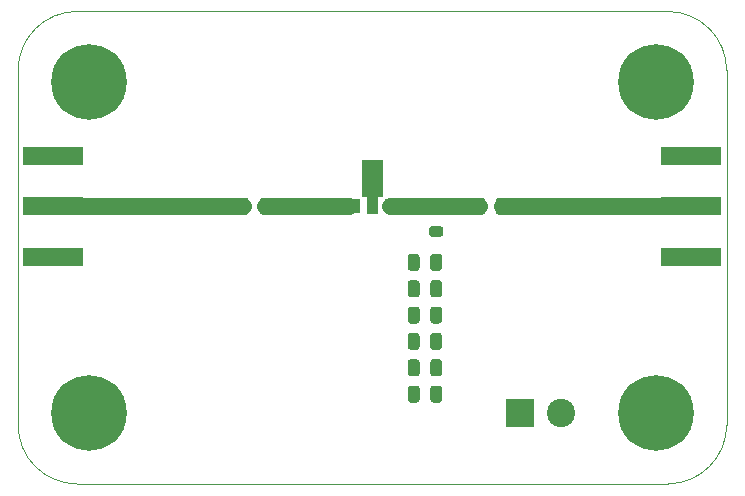
<source format=gbr>
%TF.GenerationSoftware,KiCad,Pcbnew,(5.1.8)-1*%
%TF.CreationDate,2021-02-01T21:18:50+01:00*%
%TF.ProjectId,adl-variant,61646c2d-7661-4726-9961-6e742e6b6963,rev?*%
%TF.SameCoordinates,Original*%
%TF.FileFunction,Soldermask,Top*%
%TF.FilePolarity,Negative*%
%FSLAX46Y46*%
G04 Gerber Fmt 4.6, Leading zero omitted, Abs format (unit mm)*
G04 Created by KiCad (PCBNEW (5.1.8)-1) date 2021-02-01 21:18:50*
%MOMM*%
%LPD*%
G01*
G04 APERTURE LIST*
%ADD10C,1.445160*%
%TA.AperFunction,Profile*%
%ADD11C,0.050000*%
%TD*%
%ADD12R,5.080000X1.500000*%
%ADD13R,2.400000X2.400000*%
%ADD14C,2.400000*%
%ADD15R,0.900000X1.300000*%
%ADD16C,0.100000*%
%ADD17C,0.800000*%
%ADD18C,6.400000*%
G04 APERTURE END LIST*
D10*
X140950000Y-66500000D02*
X157000000Y-66500000D01*
X131500000Y-66500000D02*
X139050000Y-66500000D01*
X120950000Y-66500000D02*
X128000000Y-66500000D01*
X119050000Y-66500000D02*
X103000000Y-66500000D01*
D11*
X105000000Y-90000000D02*
G75*
G02*
X100000000Y-85000000I0J5000000D01*
G01*
X160000000Y-85000000D02*
G75*
G02*
X155000000Y-90000000I-5000000J0D01*
G01*
X155000000Y-50000000D02*
G75*
G02*
X160000000Y-55000000I0J-5000000D01*
G01*
X100000000Y-55000000D02*
G75*
G02*
X105000000Y-50000000I5000000J0D01*
G01*
X100000000Y-85000000D02*
X100000000Y-55000000D01*
X155000000Y-90000000D02*
X105000000Y-90000000D01*
X160000000Y-55000000D02*
X160000000Y-85000000D01*
X105000000Y-50000000D02*
X155000000Y-50000000D01*
D12*
%TO.C,J3*%
X157000000Y-66500000D03*
X157000000Y-62250000D03*
X157000000Y-70750000D03*
%TD*%
%TO.C,J2*%
X103000000Y-66500000D03*
X103000000Y-70750000D03*
X103000000Y-62250000D03*
%TD*%
%TO.C,C1*%
G36*
G01*
X135900000Y-81925000D02*
X135900000Y-82875000D01*
G75*
G02*
X135650000Y-83125000I-250000J0D01*
G01*
X135150000Y-83125000D01*
G75*
G02*
X134900000Y-82875000I0J250000D01*
G01*
X134900000Y-81925000D01*
G75*
G02*
X135150000Y-81675000I250000J0D01*
G01*
X135650000Y-81675000D01*
G75*
G02*
X135900000Y-81925000I0J-250000D01*
G01*
G37*
G36*
G01*
X134000000Y-81925000D02*
X134000000Y-82875000D01*
G75*
G02*
X133750000Y-83125000I-250000J0D01*
G01*
X133250000Y-83125000D01*
G75*
G02*
X133000000Y-82875000I0J250000D01*
G01*
X133000000Y-81925000D01*
G75*
G02*
X133250000Y-81675000I250000J0D01*
G01*
X133750000Y-81675000D01*
G75*
G02*
X134000000Y-81925000I0J-250000D01*
G01*
G37*
%TD*%
%TO.C,C2*%
G36*
G01*
X134000000Y-79695000D02*
X134000000Y-80645000D01*
G75*
G02*
X133750000Y-80895000I-250000J0D01*
G01*
X133250000Y-80895000D01*
G75*
G02*
X133000000Y-80645000I0J250000D01*
G01*
X133000000Y-79695000D01*
G75*
G02*
X133250000Y-79445000I250000J0D01*
G01*
X133750000Y-79445000D01*
G75*
G02*
X134000000Y-79695000I0J-250000D01*
G01*
G37*
G36*
G01*
X135900000Y-79695000D02*
X135900000Y-80645000D01*
G75*
G02*
X135650000Y-80895000I-250000J0D01*
G01*
X135150000Y-80895000D01*
G75*
G02*
X134900000Y-80645000I0J250000D01*
G01*
X134900000Y-79695000D01*
G75*
G02*
X135150000Y-79445000I250000J0D01*
G01*
X135650000Y-79445000D01*
G75*
G02*
X135900000Y-79695000I0J-250000D01*
G01*
G37*
%TD*%
%TO.C,C3*%
G36*
G01*
X135900000Y-77465000D02*
X135900000Y-78415000D01*
G75*
G02*
X135650000Y-78665000I-250000J0D01*
G01*
X135150000Y-78665000D01*
G75*
G02*
X134900000Y-78415000I0J250000D01*
G01*
X134900000Y-77465000D01*
G75*
G02*
X135150000Y-77215000I250000J0D01*
G01*
X135650000Y-77215000D01*
G75*
G02*
X135900000Y-77465000I0J-250000D01*
G01*
G37*
G36*
G01*
X134000000Y-77465000D02*
X134000000Y-78415000D01*
G75*
G02*
X133750000Y-78665000I-250000J0D01*
G01*
X133250000Y-78665000D01*
G75*
G02*
X133000000Y-78415000I0J250000D01*
G01*
X133000000Y-77465000D01*
G75*
G02*
X133250000Y-77215000I250000J0D01*
G01*
X133750000Y-77215000D01*
G75*
G02*
X134000000Y-77465000I0J-250000D01*
G01*
G37*
%TD*%
%TO.C,C4*%
G36*
G01*
X134000000Y-75235000D02*
X134000000Y-76185000D01*
G75*
G02*
X133750000Y-76435000I-250000J0D01*
G01*
X133250000Y-76435000D01*
G75*
G02*
X133000000Y-76185000I0J250000D01*
G01*
X133000000Y-75235000D01*
G75*
G02*
X133250000Y-74985000I250000J0D01*
G01*
X133750000Y-74985000D01*
G75*
G02*
X134000000Y-75235000I0J-250000D01*
G01*
G37*
G36*
G01*
X135900000Y-75235000D02*
X135900000Y-76185000D01*
G75*
G02*
X135650000Y-76435000I-250000J0D01*
G01*
X135150000Y-76435000D01*
G75*
G02*
X134900000Y-76185000I0J250000D01*
G01*
X134900000Y-75235000D01*
G75*
G02*
X135150000Y-74985000I250000J0D01*
G01*
X135650000Y-74985000D01*
G75*
G02*
X135900000Y-75235000I0J-250000D01*
G01*
G37*
%TD*%
%TO.C,C5*%
G36*
G01*
X135900000Y-73005000D02*
X135900000Y-73955000D01*
G75*
G02*
X135650000Y-74205000I-250000J0D01*
G01*
X135150000Y-74205000D01*
G75*
G02*
X134900000Y-73955000I0J250000D01*
G01*
X134900000Y-73005000D01*
G75*
G02*
X135150000Y-72755000I250000J0D01*
G01*
X135650000Y-72755000D01*
G75*
G02*
X135900000Y-73005000I0J-250000D01*
G01*
G37*
G36*
G01*
X134000000Y-73005000D02*
X134000000Y-73955000D01*
G75*
G02*
X133750000Y-74205000I-250000J0D01*
G01*
X133250000Y-74205000D01*
G75*
G02*
X133000000Y-73955000I0J250000D01*
G01*
X133000000Y-73005000D01*
G75*
G02*
X133250000Y-72755000I250000J0D01*
G01*
X133750000Y-72755000D01*
G75*
G02*
X134000000Y-73005000I0J-250000D01*
G01*
G37*
%TD*%
%TO.C,C6*%
G36*
G01*
X134000000Y-70775000D02*
X134000000Y-71725000D01*
G75*
G02*
X133750000Y-71975000I-250000J0D01*
G01*
X133250000Y-71975000D01*
G75*
G02*
X133000000Y-71725000I0J250000D01*
G01*
X133000000Y-70775000D01*
G75*
G02*
X133250000Y-70525000I250000J0D01*
G01*
X133750000Y-70525000D01*
G75*
G02*
X134000000Y-70775000I0J-250000D01*
G01*
G37*
G36*
G01*
X135900000Y-70775000D02*
X135900000Y-71725000D01*
G75*
G02*
X135650000Y-71975000I-250000J0D01*
G01*
X135150000Y-71975000D01*
G75*
G02*
X134900000Y-71725000I0J250000D01*
G01*
X134900000Y-70775000D01*
G75*
G02*
X135150000Y-70525000I250000J0D01*
G01*
X135650000Y-70525000D01*
G75*
G02*
X135900000Y-70775000I0J-250000D01*
G01*
G37*
%TD*%
%TO.C,C7*%
G36*
G01*
X118550000Y-66975000D02*
X118550000Y-66025000D01*
G75*
G02*
X118800000Y-65775000I250000J0D01*
G01*
X119300000Y-65775000D01*
G75*
G02*
X119550000Y-66025000I0J-250000D01*
G01*
X119550000Y-66975000D01*
G75*
G02*
X119300000Y-67225000I-250000J0D01*
G01*
X118800000Y-67225000D01*
G75*
G02*
X118550000Y-66975000I0J250000D01*
G01*
G37*
G36*
G01*
X120450000Y-66975000D02*
X120450000Y-66025000D01*
G75*
G02*
X120700000Y-65775000I250000J0D01*
G01*
X121200000Y-65775000D01*
G75*
G02*
X121450000Y-66025000I0J-250000D01*
G01*
X121450000Y-66975000D01*
G75*
G02*
X121200000Y-67225000I-250000J0D01*
G01*
X120700000Y-67225000D01*
G75*
G02*
X120450000Y-66975000I0J250000D01*
G01*
G37*
%TD*%
%TO.C,C8*%
G36*
G01*
X140450000Y-66975000D02*
X140450000Y-66025000D01*
G75*
G02*
X140700000Y-65775000I250000J0D01*
G01*
X141200000Y-65775000D01*
G75*
G02*
X141450000Y-66025000I0J-250000D01*
G01*
X141450000Y-66975000D01*
G75*
G02*
X141200000Y-67225000I-250000J0D01*
G01*
X140700000Y-67225000D01*
G75*
G02*
X140450000Y-66975000I0J250000D01*
G01*
G37*
G36*
G01*
X138550000Y-66975000D02*
X138550000Y-66025000D01*
G75*
G02*
X138800000Y-65775000I250000J0D01*
G01*
X139300000Y-65775000D01*
G75*
G02*
X139550000Y-66025000I0J-250000D01*
G01*
X139550000Y-66975000D01*
G75*
G02*
X139300000Y-67225000I-250000J0D01*
G01*
X138800000Y-67225000D01*
G75*
G02*
X138550000Y-66975000I0J250000D01*
G01*
G37*
%TD*%
D13*
%TO.C,J1*%
X142500000Y-84000000D03*
D14*
X146000000Y-84000000D03*
%TD*%
%TO.C,L1*%
G36*
G01*
X135781250Y-69062500D02*
X135018750Y-69062500D01*
G75*
G02*
X134800000Y-68843750I0J218750D01*
G01*
X134800000Y-68406250D01*
G75*
G02*
X135018750Y-68187500I218750J0D01*
G01*
X135781250Y-68187500D01*
G75*
G02*
X136000000Y-68406250I0J-218750D01*
G01*
X136000000Y-68843750D01*
G75*
G02*
X135781250Y-69062500I-218750J0D01*
G01*
G37*
G36*
G01*
X135781250Y-66937500D02*
X135018750Y-66937500D01*
G75*
G02*
X134800000Y-66718750I0J218750D01*
G01*
X134800000Y-66281250D01*
G75*
G02*
X135018750Y-66062500I218750J0D01*
G01*
X135781250Y-66062500D01*
G75*
G02*
X136000000Y-66281250I0J-218750D01*
G01*
X136000000Y-66718750D01*
G75*
G02*
X135781250Y-66937500I-218750J0D01*
G01*
G37*
%TD*%
D15*
%TO.C,U1*%
X128500000Y-66500000D03*
X131500000Y-66500000D03*
D16*
G36*
X130866500Y-62550000D02*
G01*
X130866500Y-65675000D01*
X130450000Y-65675000D01*
X130450000Y-67150000D01*
X129550000Y-67150000D01*
X129550000Y-65675000D01*
X129133500Y-65675000D01*
X129133500Y-62550000D01*
X130866500Y-62550000D01*
G37*
%TD*%
D17*
%TO.C,H1*%
X107697056Y-54302944D03*
X106000000Y-53600000D03*
X104302944Y-54302944D03*
X103600000Y-56000000D03*
X104302944Y-57697056D03*
X106000000Y-58400000D03*
X107697056Y-57697056D03*
X108400000Y-56000000D03*
D18*
X106000000Y-56000000D03*
%TD*%
%TO.C,H2*%
X154000000Y-56000000D03*
D17*
X156400000Y-56000000D03*
X155697056Y-57697056D03*
X154000000Y-58400000D03*
X152302944Y-57697056D03*
X151600000Y-56000000D03*
X152302944Y-54302944D03*
X154000000Y-53600000D03*
X155697056Y-54302944D03*
%TD*%
%TO.C,H3*%
X107697056Y-82302944D03*
X106000000Y-81600000D03*
X104302944Y-82302944D03*
X103600000Y-84000000D03*
X104302944Y-85697056D03*
X106000000Y-86400000D03*
X107697056Y-85697056D03*
X108400000Y-84000000D03*
D18*
X106000000Y-84000000D03*
%TD*%
%TO.C,H4*%
X154000000Y-84000000D03*
D17*
X156400000Y-84000000D03*
X155697056Y-85697056D03*
X154000000Y-86400000D03*
X152302944Y-85697056D03*
X151600000Y-84000000D03*
X152302944Y-82302944D03*
X154000000Y-81600000D03*
X155697056Y-82302944D03*
%TD*%
M02*

</source>
